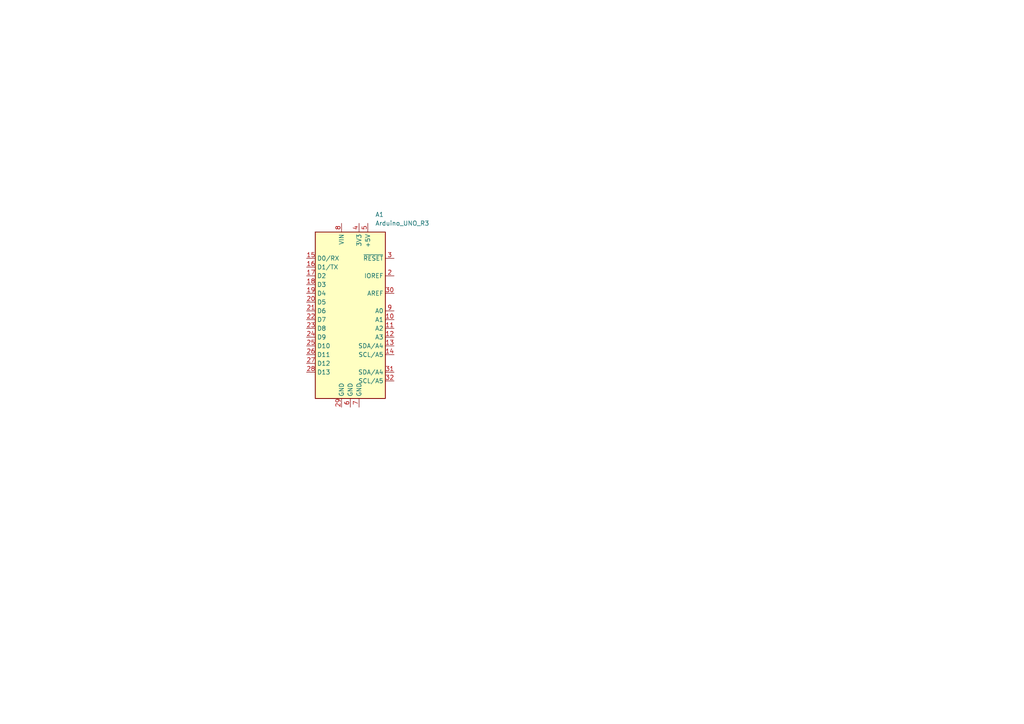
<source format=kicad_sch>
(kicad_sch
	(version 20250114)
	(generator "eeschema")
	(generator_version "9.0")
	(uuid "04f6b3b9-9e50-4015-abb9-a94134802fc7")
	(paper "A4")
	(lib_symbols
		(symbol "MCU_Module:Arduino_UNO_R3"
			(exclude_from_sim no)
			(in_bom yes)
			(on_board yes)
			(property "Reference" "A"
				(at -10.16 23.495 0)
				(effects
					(font
						(size 1.27 1.27)
					)
					(justify left bottom)
				)
			)
			(property "Value" "Arduino_UNO_R3"
				(at 5.08 -26.67 0)
				(effects
					(font
						(size 1.27 1.27)
					)
					(justify left top)
				)
			)
			(property "Footprint" "Module:Arduino_UNO_R3"
				(at 0 0 0)
				(effects
					(font
						(size 1.27 1.27)
						(italic yes)
					)
					(hide yes)
				)
			)
			(property "Datasheet" "https://www.arduino.cc/en/Main/arduinoBoardUno"
				(at 0 0 0)
				(effects
					(font
						(size 1.27 1.27)
					)
					(hide yes)
				)
			)
			(property "Description" "Arduino UNO Microcontroller Module, release 3"
				(at 0 0 0)
				(effects
					(font
						(size 1.27 1.27)
					)
					(hide yes)
				)
			)
			(property "ki_keywords" "Arduino UNO R3 Microcontroller Module Atmel AVR USB"
				(at 0 0 0)
				(effects
					(font
						(size 1.27 1.27)
					)
					(hide yes)
				)
			)
			(property "ki_fp_filters" "Arduino*UNO*R3*"
				(at 0 0 0)
				(effects
					(font
						(size 1.27 1.27)
					)
					(hide yes)
				)
			)
			(symbol "Arduino_UNO_R3_0_1"
				(rectangle
					(start -10.16 22.86)
					(end 10.16 -25.4)
					(stroke
						(width 0.254)
						(type default)
					)
					(fill
						(type background)
					)
				)
			)
			(symbol "Arduino_UNO_R3_1_1"
				(pin bidirectional line
					(at -12.7 15.24 0)
					(length 2.54)
					(name "D0/RX"
						(effects
							(font
								(size 1.27 1.27)
							)
						)
					)
					(number "15"
						(effects
							(font
								(size 1.27 1.27)
							)
						)
					)
				)
				(pin bidirectional line
					(at -12.7 12.7 0)
					(length 2.54)
					(name "D1/TX"
						(effects
							(font
								(size 1.27 1.27)
							)
						)
					)
					(number "16"
						(effects
							(font
								(size 1.27 1.27)
							)
						)
					)
				)
				(pin bidirectional line
					(at -12.7 10.16 0)
					(length 2.54)
					(name "D2"
						(effects
							(font
								(size 1.27 1.27)
							)
						)
					)
					(number "17"
						(effects
							(font
								(size 1.27 1.27)
							)
						)
					)
				)
				(pin bidirectional line
					(at -12.7 7.62 0)
					(length 2.54)
					(name "D3"
						(effects
							(font
								(size 1.27 1.27)
							)
						)
					)
					(number "18"
						(effects
							(font
								(size 1.27 1.27)
							)
						)
					)
				)
				(pin bidirectional line
					(at -12.7 5.08 0)
					(length 2.54)
					(name "D4"
						(effects
							(font
								(size 1.27 1.27)
							)
						)
					)
					(number "19"
						(effects
							(font
								(size 1.27 1.27)
							)
						)
					)
				)
				(pin bidirectional line
					(at -12.7 2.54 0)
					(length 2.54)
					(name "D5"
						(effects
							(font
								(size 1.27 1.27)
							)
						)
					)
					(number "20"
						(effects
							(font
								(size 1.27 1.27)
							)
						)
					)
				)
				(pin bidirectional line
					(at -12.7 0 0)
					(length 2.54)
					(name "D6"
						(effects
							(font
								(size 1.27 1.27)
							)
						)
					)
					(number "21"
						(effects
							(font
								(size 1.27 1.27)
							)
						)
					)
				)
				(pin bidirectional line
					(at -12.7 -2.54 0)
					(length 2.54)
					(name "D7"
						(effects
							(font
								(size 1.27 1.27)
							)
						)
					)
					(number "22"
						(effects
							(font
								(size 1.27 1.27)
							)
						)
					)
				)
				(pin bidirectional line
					(at -12.7 -5.08 0)
					(length 2.54)
					(name "D8"
						(effects
							(font
								(size 1.27 1.27)
							)
						)
					)
					(number "23"
						(effects
							(font
								(size 1.27 1.27)
							)
						)
					)
				)
				(pin bidirectional line
					(at -12.7 -7.62 0)
					(length 2.54)
					(name "D9"
						(effects
							(font
								(size 1.27 1.27)
							)
						)
					)
					(number "24"
						(effects
							(font
								(size 1.27 1.27)
							)
						)
					)
				)
				(pin bidirectional line
					(at -12.7 -10.16 0)
					(length 2.54)
					(name "D10"
						(effects
							(font
								(size 1.27 1.27)
							)
						)
					)
					(number "25"
						(effects
							(font
								(size 1.27 1.27)
							)
						)
					)
				)
				(pin bidirectional line
					(at -12.7 -12.7 0)
					(length 2.54)
					(name "D11"
						(effects
							(font
								(size 1.27 1.27)
							)
						)
					)
					(number "26"
						(effects
							(font
								(size 1.27 1.27)
							)
						)
					)
				)
				(pin bidirectional line
					(at -12.7 -15.24 0)
					(length 2.54)
					(name "D12"
						(effects
							(font
								(size 1.27 1.27)
							)
						)
					)
					(number "27"
						(effects
							(font
								(size 1.27 1.27)
							)
						)
					)
				)
				(pin bidirectional line
					(at -12.7 -17.78 0)
					(length 2.54)
					(name "D13"
						(effects
							(font
								(size 1.27 1.27)
							)
						)
					)
					(number "28"
						(effects
							(font
								(size 1.27 1.27)
							)
						)
					)
				)
				(pin no_connect line
					(at -10.16 -20.32 0)
					(length 2.54)
					(hide yes)
					(name "NC"
						(effects
							(font
								(size 1.27 1.27)
							)
						)
					)
					(number "1"
						(effects
							(font
								(size 1.27 1.27)
							)
						)
					)
				)
				(pin power_in line
					(at -2.54 25.4 270)
					(length 2.54)
					(name "VIN"
						(effects
							(font
								(size 1.27 1.27)
							)
						)
					)
					(number "8"
						(effects
							(font
								(size 1.27 1.27)
							)
						)
					)
				)
				(pin power_in line
					(at -2.54 -27.94 90)
					(length 2.54)
					(name "GND"
						(effects
							(font
								(size 1.27 1.27)
							)
						)
					)
					(number "29"
						(effects
							(font
								(size 1.27 1.27)
							)
						)
					)
				)
				(pin power_in line
					(at 0 -27.94 90)
					(length 2.54)
					(name "GND"
						(effects
							(font
								(size 1.27 1.27)
							)
						)
					)
					(number "6"
						(effects
							(font
								(size 1.27 1.27)
							)
						)
					)
				)
				(pin power_out line
					(at 2.54 25.4 270)
					(length 2.54)
					(name "3V3"
						(effects
							(font
								(size 1.27 1.27)
							)
						)
					)
					(number "4"
						(effects
							(font
								(size 1.27 1.27)
							)
						)
					)
				)
				(pin power_in line
					(at 2.54 -27.94 90)
					(length 2.54)
					(name "GND"
						(effects
							(font
								(size 1.27 1.27)
							)
						)
					)
					(number "7"
						(effects
							(font
								(size 1.27 1.27)
							)
						)
					)
				)
				(pin power_out line
					(at 5.08 25.4 270)
					(length 2.54)
					(name "+5V"
						(effects
							(font
								(size 1.27 1.27)
							)
						)
					)
					(number "5"
						(effects
							(font
								(size 1.27 1.27)
							)
						)
					)
				)
				(pin input line
					(at 12.7 15.24 180)
					(length 2.54)
					(name "~{RESET}"
						(effects
							(font
								(size 1.27 1.27)
							)
						)
					)
					(number "3"
						(effects
							(font
								(size 1.27 1.27)
							)
						)
					)
				)
				(pin output line
					(at 12.7 10.16 180)
					(length 2.54)
					(name "IOREF"
						(effects
							(font
								(size 1.27 1.27)
							)
						)
					)
					(number "2"
						(effects
							(font
								(size 1.27 1.27)
							)
						)
					)
				)
				(pin input line
					(at 12.7 5.08 180)
					(length 2.54)
					(name "AREF"
						(effects
							(font
								(size 1.27 1.27)
							)
						)
					)
					(number "30"
						(effects
							(font
								(size 1.27 1.27)
							)
						)
					)
				)
				(pin bidirectional line
					(at 12.7 0 180)
					(length 2.54)
					(name "A0"
						(effects
							(font
								(size 1.27 1.27)
							)
						)
					)
					(number "9"
						(effects
							(font
								(size 1.27 1.27)
							)
						)
					)
				)
				(pin bidirectional line
					(at 12.7 -2.54 180)
					(length 2.54)
					(name "A1"
						(effects
							(font
								(size 1.27 1.27)
							)
						)
					)
					(number "10"
						(effects
							(font
								(size 1.27 1.27)
							)
						)
					)
				)
				(pin bidirectional line
					(at 12.7 -5.08 180)
					(length 2.54)
					(name "A2"
						(effects
							(font
								(size 1.27 1.27)
							)
						)
					)
					(number "11"
						(effects
							(font
								(size 1.27 1.27)
							)
						)
					)
				)
				(pin bidirectional line
					(at 12.7 -7.62 180)
					(length 2.54)
					(name "A3"
						(effects
							(font
								(size 1.27 1.27)
							)
						)
					)
					(number "12"
						(effects
							(font
								(size 1.27 1.27)
							)
						)
					)
				)
				(pin bidirectional line
					(at 12.7 -10.16 180)
					(length 2.54)
					(name "SDA/A4"
						(effects
							(font
								(size 1.27 1.27)
							)
						)
					)
					(number "13"
						(effects
							(font
								(size 1.27 1.27)
							)
						)
					)
				)
				(pin bidirectional line
					(at 12.7 -12.7 180)
					(length 2.54)
					(name "SCL/A5"
						(effects
							(font
								(size 1.27 1.27)
							)
						)
					)
					(number "14"
						(effects
							(font
								(size 1.27 1.27)
							)
						)
					)
				)
				(pin bidirectional line
					(at 12.7 -17.78 180)
					(length 2.54)
					(name "SDA/A4"
						(effects
							(font
								(size 1.27 1.27)
							)
						)
					)
					(number "31"
						(effects
							(font
								(size 1.27 1.27)
							)
						)
					)
				)
				(pin bidirectional line
					(at 12.7 -20.32 180)
					(length 2.54)
					(name "SCL/A5"
						(effects
							(font
								(size 1.27 1.27)
							)
						)
					)
					(number "32"
						(effects
							(font
								(size 1.27 1.27)
							)
						)
					)
				)
			)
			(embedded_fonts no)
		)
	)
	(symbol
		(lib_id "MCU_Module:Arduino_UNO_R3")
		(at 101.6 90.17 0)
		(unit 1)
		(exclude_from_sim no)
		(in_bom yes)
		(on_board yes)
		(dnp no)
		(fields_autoplaced yes)
		(uuid "7802a654-f638-4ff3-928d-939e32e85b36")
		(property "Reference" "A1"
			(at 108.8233 62.23 0)
			(effects
				(font
					(size 1.27 1.27)
				)
				(justify left)
			)
		)
		(property "Value" "Arduino_UNO_R3"
			(at 108.8233 64.77 0)
			(effects
				(font
					(size 1.27 1.27)
				)
				(justify left)
			)
		)
		(property "Footprint" "Module:Arduino_UNO_R3"
			(at 101.6 90.17 0)
			(effects
				(font
					(size 1.27 1.27)
					(italic yes)
				)
				(hide yes)
			)
		)
		(property "Datasheet" "https://www.arduino.cc/en/Main/arduinoBoardUno"
			(at 101.6 90.17 0)
			(effects
				(font
					(size 1.27 1.27)
				)
				(hide yes)
			)
		)
		(property "Description" "Arduino UNO Microcontroller Module, release 3"
			(at 101.6 90.17 0)
			(effects
				(font
					(size 1.27 1.27)
				)
				(hide yes)
			)
		)
		(pin "15"
			(uuid "51a10499-9873-4204-aa76-21a616f4e5ed")
		)
		(pin "19"
			(uuid "72f5755a-1fe9-4494-acda-e51f7f17f759")
		)
		(pin "22"
			(uuid "bdc48804-1104-4c74-ae3a-50be56690c61")
		)
		(pin "25"
			(uuid "15210caf-6106-442f-ba89-b56cce353198")
		)
		(pin "16"
			(uuid "7bac6a21-782d-4054-b939-e1c038bb7e83")
		)
		(pin "17"
			(uuid "d6ca735c-7299-4da3-96af-bd124cb61078")
		)
		(pin "18"
			(uuid "4de2b074-68ab-4cf2-a0fe-2387ecf6241a")
		)
		(pin "20"
			(uuid "9b981595-5f85-47b3-9ad1-65d69ada1098")
		)
		(pin "21"
			(uuid "0b990ff0-1af8-4b76-b048-f222b003cd1c")
		)
		(pin "23"
			(uuid "e59f9bf8-4133-4672-93f2-f02eeb2e59b1")
		)
		(pin "24"
			(uuid "d1dfc78c-813f-46ab-b203-6f52143fef48")
		)
		(pin "12"
			(uuid "a413f31f-b068-44f7-9a24-29893cf8d44e")
		)
		(pin "30"
			(uuid "dd60f24b-4acd-43ea-aa8d-284524c336fe")
		)
		(pin "28"
			(uuid "538617df-cf10-4891-a014-e8893df217d7")
		)
		(pin "29"
			(uuid "c6f3a8b7-2219-47b5-b599-a3bcfc5ef275")
		)
		(pin "3"
			(uuid "310e15d6-782c-44eb-8fa2-dc6b382da4a1")
		)
		(pin "9"
			(uuid "c3145725-de6b-4f62-bfdc-984223ab79cc")
		)
		(pin "26"
			(uuid "752c7489-589f-42ea-9482-4cf3a67cbb7c")
		)
		(pin "31"
			(uuid "68e88b79-9e05-4893-b364-80c89b0dad84")
		)
		(pin "27"
			(uuid "7e81cd45-b7a4-436b-8b3c-3c02bfaca321")
		)
		(pin "4"
			(uuid "403a6915-022f-4f64-aff2-b9f18c3e8ea9")
		)
		(pin "6"
			(uuid "42b17e56-5713-4432-8a28-3e7e33d7709b")
		)
		(pin "2"
			(uuid "2951786b-8f7d-47a6-92f3-47f2862bb6db")
		)
		(pin "11"
			(uuid "df5b79ac-8864-466b-b1b8-af479045147f")
		)
		(pin "14"
			(uuid "954dd168-932c-4258-b7d3-5068aeda6d5e")
		)
		(pin "8"
			(uuid "d5809d6f-cdf3-4106-908c-d5a245dd4af0")
		)
		(pin "7"
			(uuid "a48c3ded-8213-4416-b0e3-3173c93ca235")
		)
		(pin "32"
			(uuid "20ab5d43-cc66-4137-aa3e-ef943916de30")
		)
		(pin "5"
			(uuid "37cc262b-a4ac-4dbc-8504-c66b3347e8b8")
		)
		(pin "1"
			(uuid "bdfe2654-af9f-4fa7-a722-7a800a34df94")
		)
		(pin "10"
			(uuid "e1dad1ee-134b-4ae7-be2a-69d906bcd5d1")
		)
		(pin "13"
			(uuid "54b177ed-3847-42b7-88af-88b2157736ca")
		)
		(instances
			(project ""
				(path "/04f6b3b9-9e50-4015-abb9-a94134802fc7"
					(reference "A1")
					(unit 1)
				)
			)
		)
	)
	(sheet_instances
		(path "/"
			(page "1")
		)
	)
	(embedded_fonts no)
)

</source>
